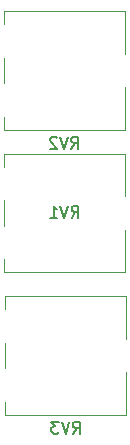
<source format=gbo>
G04 #@! TF.GenerationSoftware,KiCad,Pcbnew,6.0.2-378541a8eb~116~ubuntu21.10.1*
G04 #@! TF.CreationDate,2022-03-03T13:54:26+01:00*
G04 #@! TF.ProjectId,test,74657374-2e6b-4696-9361-645f70636258,rev?*
G04 #@! TF.SameCoordinates,Original*
G04 #@! TF.FileFunction,Legend,Bot*
G04 #@! TF.FilePolarity,Positive*
%FSLAX46Y46*%
G04 Gerber Fmt 4.6, Leading zero omitted, Abs format (unit mm)*
G04 Created by KiCad (PCBNEW 6.0.2-378541a8eb~116~ubuntu21.10.1) date 2022-03-03 13:54:26*
%MOMM*%
%LPD*%
G01*
G04 APERTURE LIST*
%ADD10C,0.150000*%
%ADD11C,0.120000*%
G04 APERTURE END LIST*
D10*
G04 #@! TO.C,RV2*
X123578238Y-90509380D02*
X123911571Y-90033190D01*
X124149666Y-90509380D02*
X124149666Y-89509380D01*
X123768714Y-89509380D01*
X123673476Y-89557000D01*
X123625857Y-89604619D01*
X123578238Y-89699857D01*
X123578238Y-89842714D01*
X123625857Y-89937952D01*
X123673476Y-89985571D01*
X123768714Y-90033190D01*
X124149666Y-90033190D01*
X123292523Y-89509380D02*
X122959190Y-90509380D01*
X122625857Y-89509380D01*
X122340142Y-89604619D02*
X122292523Y-89557000D01*
X122197285Y-89509380D01*
X121959190Y-89509380D01*
X121863952Y-89557000D01*
X121816333Y-89604619D01*
X121768714Y-89699857D01*
X121768714Y-89795095D01*
X121816333Y-89937952D01*
X122387761Y-90509380D01*
X121768714Y-90509380D01*
G04 #@! TO.C,RV3*
X123705238Y-114639380D02*
X124038571Y-114163190D01*
X124276666Y-114639380D02*
X124276666Y-113639380D01*
X123895714Y-113639380D01*
X123800476Y-113687000D01*
X123752857Y-113734619D01*
X123705238Y-113829857D01*
X123705238Y-113972714D01*
X123752857Y-114067952D01*
X123800476Y-114115571D01*
X123895714Y-114163190D01*
X124276666Y-114163190D01*
X123419523Y-113639380D02*
X123086190Y-114639380D01*
X122752857Y-113639380D01*
X122514761Y-113639380D02*
X121895714Y-113639380D01*
X122229047Y-114020333D01*
X122086190Y-114020333D01*
X121990952Y-114067952D01*
X121943333Y-114115571D01*
X121895714Y-114210809D01*
X121895714Y-114448904D01*
X121943333Y-114544142D01*
X121990952Y-114591761D01*
X122086190Y-114639380D01*
X122371904Y-114639380D01*
X122467142Y-114591761D01*
X122514761Y-114544142D01*
G04 #@! TO.C,RV1*
X123595238Y-96365380D02*
X123928571Y-95889190D01*
X124166666Y-96365380D02*
X124166666Y-95365380D01*
X123785714Y-95365380D01*
X123690476Y-95413000D01*
X123642857Y-95460619D01*
X123595238Y-95555857D01*
X123595238Y-95698714D01*
X123642857Y-95793952D01*
X123690476Y-95841571D01*
X123785714Y-95889190D01*
X124166666Y-95889190D01*
X123309523Y-95365380D02*
X122976190Y-96365380D01*
X122642857Y-95365380D01*
X121785714Y-96365380D02*
X122357142Y-96365380D01*
X122071428Y-96365380D02*
X122071428Y-95365380D01*
X122166666Y-95508238D01*
X122261904Y-95603476D01*
X122357142Y-95651095D01*
D11*
G04 #@! TO.C,RV2*
X117863000Y-88928000D02*
X117863000Y-87833000D01*
X117863000Y-79982000D02*
X117863000Y-78887000D01*
X128103000Y-88928000D02*
X128103000Y-85332000D01*
X117863000Y-84981000D02*
X117863000Y-82832000D01*
X117863000Y-88928000D02*
X128103000Y-88928000D01*
X128103000Y-82482000D02*
X128103000Y-78887000D01*
X117863000Y-78887000D02*
X128103000Y-78887000D01*
G04 #@! TO.C,RV3*
X117990000Y-109111000D02*
X117990000Y-106962000D01*
X117990000Y-104112000D02*
X117990000Y-103017000D01*
X128230000Y-113058000D02*
X128230000Y-109462000D01*
X117990000Y-103017000D02*
X128230000Y-103017000D01*
X117990000Y-113058000D02*
X117990000Y-111963000D01*
X117990000Y-113058000D02*
X128230000Y-113058000D01*
X128230000Y-106612000D02*
X128230000Y-103017000D01*
G04 #@! TO.C,RV1*
X117880000Y-100993000D02*
X117880000Y-99898000D01*
X128120000Y-100993000D02*
X128120000Y-97397000D01*
X117880000Y-92047000D02*
X117880000Y-90952000D01*
X117880000Y-90952000D02*
X128120000Y-90952000D01*
X117880000Y-100993000D02*
X128120000Y-100993000D01*
X117880000Y-97046000D02*
X117880000Y-94897000D01*
X128120000Y-94547000D02*
X128120000Y-90952000D01*
G04 #@! TD*
M02*

</source>
